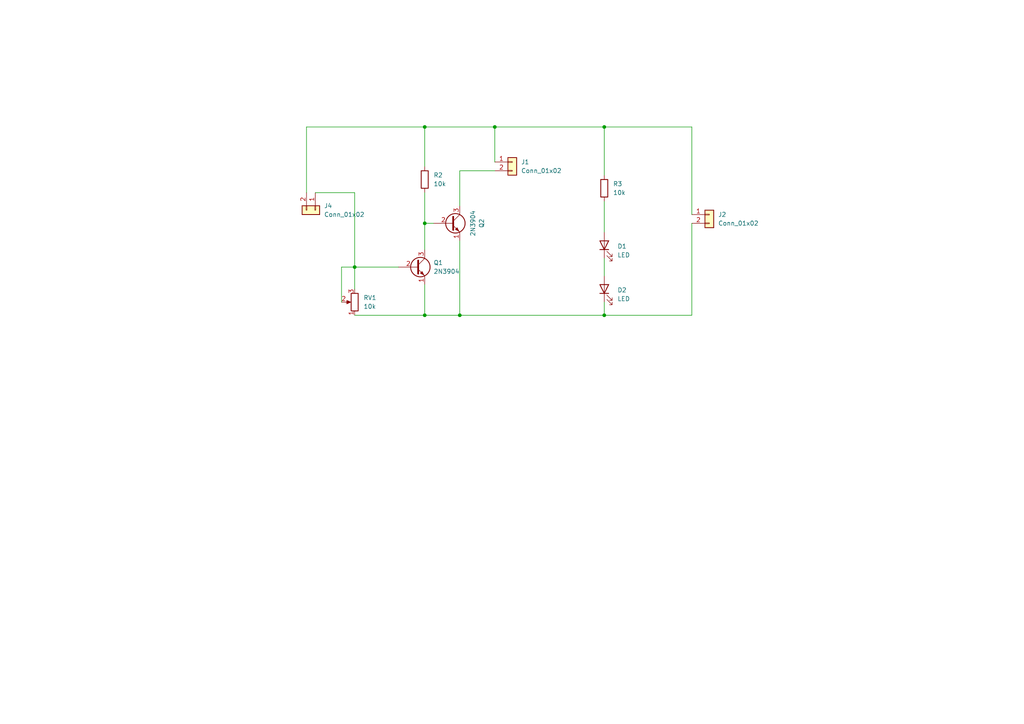
<source format=kicad_sch>
(kicad_sch (version 20231120) (generator "eeschema") (generator_version "8.0")
  (paper "A4")
  (lib_symbols
    (symbol "Connector_Generic:Conn_01x02" (pin_names (offset 1.016) hide)
      (property "Reference" "J" (at 0 2.54 0))
      (property "Value" "Conn_01x02" (at 0 -5.08 0))
      (symbol "Conn_01x02_1_1"
        (rectangle (start -1.27 -2.413) (end 0 -2.667) (stroke (width 0.1524)))
        (rectangle (start -1.27 0.127) (end 0 -0.127) (stroke (width 0.1524)))
        (rectangle (start -1.27 1.27) (end 1.27 -3.81) (stroke (width 0.254)) (fill (type background)))
        (pin passive line (at -5.08 0 0) (length 3.81) (name "Pin_1") (number "1"))
        (pin passive line (at -5.08 -2.54 0) (length 3.81) (name "Pin_2") (number "2"))
      )
    )
    (symbol "Device:LED" (pin_numbers hide) (pin_names (offset 1.016) hide)
      (property "Reference" "D" (at 0 2.54 0))
      (property "Value" "LED" (at 0 -2.54 0))
      (symbol "LED_0_1"
        (polyline (pts (xy -1.27 -1.27) (xy -1.27 1.27)) (stroke (width 0.254)))
        (polyline (pts (xy -1.27 0) (xy 1.27 0)))
        (polyline (pts (xy 1.27 -1.27) (xy 1.27 1.27) (xy -1.27 0) (xy 1.27 -1.27)) (stroke (width 0.254)))
        (polyline (pts (xy -3.048 -0.762) (xy -4.572 -2.286) (xy -3.81 -2.286) (xy -4.572 -2.286) (xy -4.572 -1.524)))
        (polyline (pts (xy -1.778 -0.762) (xy -3.302 -2.286) (xy -2.54 -2.286) (xy -3.302 -2.286) (xy -3.302 -1.524)))
      )
      (symbol "LED_1_1"
        (pin passive line (at -3.81 0 0) (length 2.54) (name "K") (number "1"))
        (pin passive line (at 3.81 0 180) (length 2.54) (name "A") (number "2"))
      )
    )
    (symbol "Device:R" (pin_numbers hide) (pin_names (offset 0))
      (property "Reference" "R" (at 2.032 0 90))
      (property "Value" "R" (at 0 0 90))
      (symbol "R_0_1"
        (rectangle (start -1.016 -2.54) (end 1.016 2.54) (stroke (width 0.254)))
      )
      (symbol "R_1_1"
        (pin passive line (at 0 3.81 270) (length 1.27) (name "~") (number "1"))
        (pin passive line (at 0 -3.81 90) (length 1.27) (name "~") (number "2"))
      )
    )
    (symbol "Device:R_Potentiometer" (pin_names (offset 1.016) hide)
      (property "Reference" "RV" (at -4.445 0 90))
      (property "Value" "R_Potentiometer" (at -2.54 0 90))
      (symbol "R_Potentiometer_0_1"
        (polyline (pts (xy 2.54 0) (xy 1.524 0)))
        (polyline (pts (xy 1.143 0) (xy 2.286 0.508) (xy 2.286 -0.508) (xy 1.143 0)) (fill (type outline)))
        (rectangle (start 1.016 2.54) (end -1.016 -2.54) (stroke (width 0.254)))
      )
      (symbol "R_Potentiometer_1_1"
        (pin passive line (at 0 3.81 270) (length 1.27) (name "1") (number "1"))
        (pin passive line (at 3.81 0 180) (length 1.27) (name "2") (number "2"))
        (pin passive line (at 0 -3.81 90) (length 1.27) (name "3") (number "3"))
      )
    )
    (symbol "Transistor_BJT:2N3904" (pin_names (offset 0) hide)
      (property "Reference" "Q" (at 5.08 1.905 0))
      (property "Value" "2N3904" (at 5.08 0 0))
      (symbol "2N3904_0_1"
        (polyline (pts (xy 0.635 0.635) (xy 2.54 2.54)))
        (polyline (pts (xy 0.635 -0.635) (xy 2.54 -2.54) (xy 2.54 -2.54)))
        (polyline (pts (xy 0.635 1.905) (xy 0.635 -1.905) (xy 0.635 -1.905)) (stroke (width 0.508)))
        (polyline (pts (xy 1.27 -1.778) (xy 1.778 -1.27) (xy 2.286 -2.286) (xy 1.27 -1.778) (xy 1.27 -1.778)) (fill (type outline)))
        (circle (center 1.27 0) (radius 2.8194) (stroke (width 0.254)))
      )
      (symbol "2N3904_1_1"
        (pin passive line (at 2.54 -5.08 90) (length 2.54) (name "E") (number "1"))
        (pin passive line (at -5.08 0 0) (length 5.715) (name "B") (number "2"))
        (pin passive line (at 2.54 5.08 270) (length 2.54) (name "C") (number "3"))
      )
    )
  )
  (junction (at 123.19 91.44))
  (junction (at 175.26 91.44))
  (junction (at 175.26 36.83))
  (junction (at 133.35 91.44))
  (junction (at 123.19 36.83))
  (junction (at 102.87 77.47))
  (junction (at 143.51 36.83))
  (junction (at 123.19 64.77))
  (wire (pts (xy 123.19 64.77) (xy 123.19 72.39)))
  (wire (pts (xy 102.87 77.47) (xy 99.06 77.47)))
  (wire (pts (xy 123.19 82.55) (xy 123.19 91.44)))
  (wire (pts (xy 123.19 36.83) (xy 123.19 48.26)))
  (wire (pts (xy 102.87 55.88) (xy 102.87 77.47)))
  (wire (pts (xy 115.57 77.47) (xy 102.87 77.47)))
  (wire (pts (xy 123.19 91.44) (xy 102.87 91.44)))
  (wire (pts (xy 88.9 36.83) (xy 123.19 36.83)))
  (wire (pts (xy 133.35 49.53) (xy 143.51 49.53)))
  (wire (pts (xy 175.26 58.42) (xy 175.26 67.31)))
  (wire (pts (xy 143.51 36.83) (xy 175.26 36.83)))
  (wire (pts (xy 200.66 36.83) (xy 200.66 62.23)))
  (wire (pts (xy 133.35 91.44) (xy 123.19 91.44)))
  (wire (pts (xy 175.26 87.63) (xy 175.26 91.44)))
  (wire (pts (xy 200.66 64.77) (xy 200.66 91.44)))
  (wire (pts (xy 200.66 91.44) (xy 175.26 91.44)))
  (wire (pts (xy 175.26 36.83) (xy 175.26 50.8)))
  (wire (pts (xy 175.26 74.93) (xy 175.26 80.01)))
  (wire (pts (xy 123.19 64.77) (xy 125.73 64.77)))
  (wire (pts (xy 123.19 36.83) (xy 143.51 36.83)))
  (wire (pts (xy 102.87 77.47) (xy 102.87 83.82)))
  (wire (pts (xy 123.19 55.88) (xy 123.19 64.77)))
  (wire (pts (xy 175.26 36.83) (xy 200.66 36.83)))
  (wire (pts (xy 133.35 59.69) (xy 133.35 49.53)))
  (wire (pts (xy 143.51 36.83) (xy 143.51 46.99)))
  (wire (pts (xy 88.9 55.88) (xy 88.9 36.83)))
  (wire (pts (xy 99.06 77.47) (xy 99.06 87.63)))
  (wire (pts (xy 133.35 69.85) (xy 133.35 91.44)))
  (wire (pts (xy 91.44 55.88) (xy 102.87 55.88)))
  (wire (pts (xy 175.26 91.44) (xy 133.35 91.44)))
  (symbol (lib_id "Connector_Generic:Conn_01x02") (at 148.59 46.99 0) (unit 1)
    (property "Reference" "J1" (at 151.13 46.9899 0) (effects (justify left)))
    (property "Value" "Conn_01x02" (at 151.13 49.5299 0) (effects (justify left)))
    (property "Footprint" "Connector_AMASS:AMASS_XT30UPB-M_1x02_P5.0mm_Vertical" (effects (hide yes)))
    (property "Description" "Generic connector, single row, 01x02, script generated (kicad-library-utils/schlib/autogen/connector/)" (effects (hide yes)))
  )
  (symbol (lib_id "Device:R") (at 175.26 54.61 0) (unit 1)
    (property "Reference" "R3" (at 177.8 53.3399 0) (effects (justify left)))
    (property "Value" "10k" (at 177.8 55.8799 0) (effects (justify left)))
    (property "Footprint" "Resistor_THT:R_Axial_DIN0207_L6.3mm_D2.5mm_P10.16mm_Horizontal" (effects (hide yes)))
    (property "Description" "Resistor" (effects (hide yes)))
  )
  (symbol (lib_id "Connector_Generic:Conn_01x02") (at 91.44 60.96 270) (unit 1)
    (property "Reference" "J4" (at 93.98 59.6899 90) (effects (justify left)))
    (property "Value" "Conn_01x02" (at 93.98 62.2299 90) (effects (justify left)))
    (property "Footprint" "Connector_AMASS:AMASS_XT30UPB-M_1x02_P5.0mm_Vertical" (effects (hide yes)))
    (property "Description" "Generic connector, single row, 01x02, script generated (kicad-library-utils/schlib/autogen/connector/)" (effects (hide yes)))
  )
  (symbol (lib_id "Device:LED") (at 175.26 71.12 90) (unit 1)
    (property "Reference" "D1" (at 179.07 71.4374 90) (effects (justify right)))
    (property "Value" "LED" (at 179.07 73.9774 90) (effects (justify right)))
    (property "Footprint" "LED_THT:LED_D3.0mm" (effects (hide yes)))
    (property "Description" "Light emitting diode" (effects (hide yes)))
  )
  (symbol (lib_id "Connector_Generic:Conn_01x02") (at 205.74 62.23 0) (unit 1)
    (property "Reference" "J2" (at 208.28 62.2299 0) (effects (justify left)))
    (property "Value" "Conn_01x02" (at 208.28 64.7699 0) (effects (justify left)))
    (property "Footprint" "Connector_AMASS:AMASS_XT30UPB-M_1x02_P5.0mm_Vertical" (effects (hide yes)))
    (property "Description" "Generic connector, single row, 01x02, script generated (kicad-library-utils/schlib/autogen/connector/)" (effects (hide yes)))
  )
  (symbol (lib_id "Transistor_BJT:2N3904") (at 120.65 77.47 0) (unit 1)
    (property "Reference" "Q1" (at 125.73 76.1999 0) (effects (justify left)))
    (property "Value" "2N3904" (at 125.73 78.7399 0) (effects (justify left)))
    (property "Footprint" "Package_TO_SOT_THT:TO-92_Inline" (effects (hide yes)))
    (property "Datasheet" "https://www.onsemi.com/pub/Collateral/2N3903-D.PDF" (effects (hide yes)))
    (property "Description" "0.2A Ic, 40V Vce, Small Signal NPN Transistor, TO-92" (effects (hide yes)))
  )
  (symbol (lib_id "Transistor_BJT:2N3904") (at 130.81 64.77 0) (unit 1)
    (property "Reference" "Q2" (at 139.7 64.77 90))
    (property "Value" "2N3904" (at 137.16 64.77 90))
    (property "Footprint" "Package_TO_SOT_THT:TO-92_Inline" (effects (hide yes)))
    (property "Datasheet" "https://www.onsemi.com/pub/Collateral/2N3903-D.PDF" (effects (hide yes)))
    (property "Description" "0.2A Ic, 40V Vce, Small Signal NPN Transistor, TO-92" (effects (hide yes)))
  )
  (symbol (lib_id "Device:R") (at 123.19 52.07 0) (unit 1)
    (property "Reference" "R2" (at 125.73 50.7999 0) (effects (justify left)))
    (property "Value" "10k" (at 125.73 53.3399 0) (effects (justify left)))
    (property "Footprint" "Resistor_THT:R_Axial_DIN0207_L6.3mm_D2.5mm_P10.16mm_Horizontal" (effects (hide yes)))
    (property "Description" "Resistor" (effects (hide yes)))
  )
  (symbol (lib_id "Device:R_Potentiometer") (at 102.87 87.63 180) (unit 1)
    (property "Reference" "RV1" (at 105.41 86.3599 0) (effects (justify right)))
    (property "Value" "10k" (at 105.41 88.8999 0) (effects (justify right)))
    (property "Footprint" "Potentiometer_THT:Potentiometer_Vishay_148-149_Single_Horizontal" (effects (hide yes)))
    (property "Description" "Potentiometer" (effects (hide yes)))
  )
  (symbol (lib_id "Device:LED") (at 175.26 83.82 90) (unit 1)
    (property "Reference" "D2" (at 179.07 84.1374 90) (effects (justify right)))
    (property "Value" "LED" (at 179.07 86.6774 90) (effects (justify right)))
    (property "Footprint" "LED_THT:LED_D3.0mm" (effects (hide yes)))
    (property "Description" "Light emitting diode" (effects (hide yes)))
  )
)
</source>
